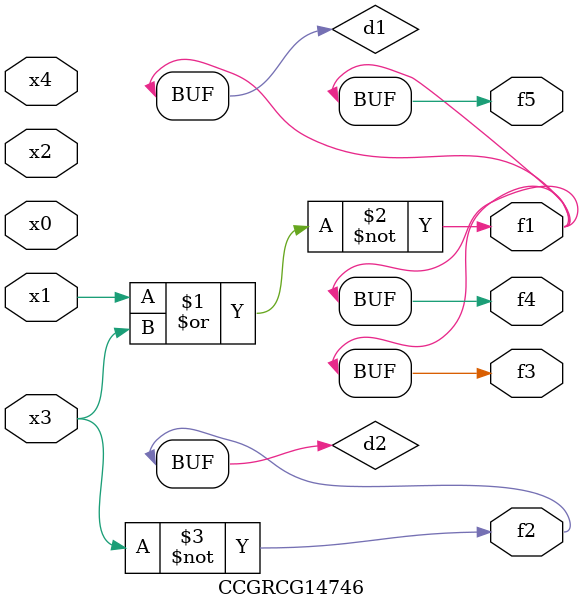
<source format=v>
module CCGRCG14746(
	input x0, x1, x2, x3, x4,
	output f1, f2, f3, f4, f5
);

	wire d1, d2;

	nor (d1, x1, x3);
	not (d2, x3);
	assign f1 = d1;
	assign f2 = d2;
	assign f3 = d1;
	assign f4 = d1;
	assign f5 = d1;
endmodule

</source>
